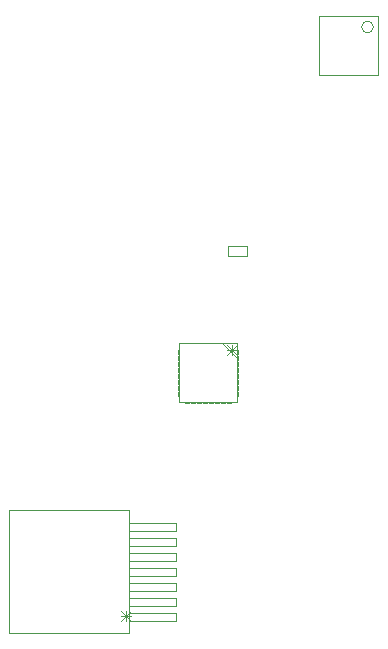
<source format=gbr>
%TF.GenerationSoftware,Altium Limited,Altium Designer,20.1.12 (249)*%
G04 Layer_Color=16711935*
%FSLAX45Y45*%
%MOMM*%
%TF.SameCoordinates,0418086A-757F-42B6-A3B9-695331E80F4B*%
%TF.FilePolarity,Positive*%
%TF.FileFunction,Other,Mechanical_13*%
%TF.Part,Single*%
G01*
G75*
%TA.AperFunction,NonConductor*%
%ADD92C,0.07620*%
%ADD120C,0.10000*%
%ADD121C,0.02540*%
D92*
X3465609Y6175920D02*
X3380970Y6091281D01*
Y6175920D02*
X3465609Y6091281D01*
X3423289Y6175920D02*
Y6091281D01*
X3380970Y6133600D02*
X3465609D01*
X2481191Y3840750D02*
X2565830Y3925389D01*
Y3840750D02*
X2481191Y3925389D01*
X2523511Y3840750D02*
Y3925389D01*
X2565830Y3883070D02*
X2481191D01*
D120*
X4620000Y8867500D02*
G03*
X4620000Y8867500I-50000J0D01*
G01*
X3387608Y6929699D02*
X3547608D01*
Y7009699D01*
X3387608D02*
X3547608D01*
X3387608Y6929699D02*
Y7009699D01*
X4160002Y8957498D02*
X4660001D01*
X4160002Y8457499D02*
X4660001D01*
Y8957498D01*
X4160002Y8457499D02*
Y8957498D01*
D121*
X3340760Y6187349D02*
X3467760Y6060349D01*
Y5746659D02*
Y5777139D01*
Y5746659D02*
X3475380D01*
Y5777139D01*
X3467760D02*
X3475380D01*
X3467760Y5797459D02*
Y5827939D01*
Y5797459D02*
X3475380D01*
Y5827939D01*
X3467760D02*
X3475380D01*
X3467760Y5848259D02*
Y5878739D01*
Y5848259D02*
X3475380D01*
Y5878739D01*
X3467760D02*
X3475380D01*
X3467760Y5899059D02*
Y5929539D01*
Y5899059D02*
X3475380D01*
Y5929539D01*
X3467760D02*
X3475380D01*
X3467760Y5949859D02*
Y5980339D01*
Y5949859D02*
X3475380D01*
Y5980339D01*
X3467760D02*
X3475380D01*
X3467760Y6000659D02*
Y6031139D01*
Y6000659D02*
X3475380D01*
Y6031139D01*
X3467760D02*
X3475380D01*
X3467760Y6051459D02*
Y6081939D01*
Y6051459D02*
X3475380D01*
Y6081939D01*
X3467760D02*
X3475380D01*
X3467760Y6102259D02*
Y6132739D01*
Y6102259D02*
X3475380D01*
Y6132739D01*
X3467760D02*
X3475380D01*
X3382670Y6187349D02*
X3413150D01*
Y6194969D01*
X3382670D02*
X3413150D01*
X3382670Y6187349D02*
Y6194969D01*
X3331870Y6187349D02*
X3362350D01*
Y6194969D01*
X3331870D02*
X3362350D01*
X3331870Y6187349D02*
Y6194969D01*
X3281070Y6187349D02*
X3311550D01*
Y6194969D01*
X3281070D02*
X3311550D01*
X3281070Y6187349D02*
Y6194969D01*
X3230270Y6187349D02*
X3260750D01*
Y6194969D01*
X3230270D02*
X3260750D01*
X3230270Y6187349D02*
Y6194969D01*
X3179470Y6187349D02*
X3209950D01*
Y6194969D01*
X3179470D02*
X3209950D01*
X3179470Y6187349D02*
Y6194969D01*
X3128670Y6187349D02*
X3159150D01*
Y6194969D01*
X3128670D02*
X3159150D01*
X3128670Y6187349D02*
Y6194969D01*
X3077870Y6187349D02*
X3108350D01*
Y6194969D01*
X3077870D02*
X3108350D01*
X3077870Y6187349D02*
Y6194969D01*
X3027070Y6187349D02*
X3057550D01*
Y6194969D01*
X3027070D02*
X3057550D01*
X3027070Y6187349D02*
Y6194969D01*
X2972460Y6102259D02*
Y6132739D01*
X2964840D02*
X2972460D01*
X2964840Y6102259D02*
Y6132739D01*
Y6102259D02*
X2972460D01*
Y6051459D02*
Y6081939D01*
X2964840D02*
X2972460D01*
X2964840Y6051459D02*
Y6081939D01*
Y6051459D02*
X2972460D01*
Y6000659D02*
Y6031139D01*
X2964840D02*
X2972460D01*
X2964840Y6000659D02*
Y6031139D01*
Y6000659D02*
X2972460D01*
Y5949859D02*
Y5980339D01*
X2964840D02*
X2972460D01*
X2964840Y5949859D02*
Y5980339D01*
Y5949859D02*
X2972460D01*
Y5899059D02*
Y5929539D01*
X2964840D02*
X2972460D01*
X2964840Y5899059D02*
Y5929539D01*
Y5899059D02*
X2972460D01*
Y5848259D02*
Y5878739D01*
X2964840D02*
X2972460D01*
X2964840Y5848259D02*
Y5878739D01*
Y5848259D02*
X2972460D01*
Y5797459D02*
Y5827939D01*
X2964840D02*
X2972460D01*
X2964840Y5797459D02*
Y5827939D01*
Y5797459D02*
X2972460D01*
Y5746659D02*
Y5777139D01*
X2964840D02*
X2972460D01*
X2964840Y5746659D02*
Y5777139D01*
Y5746659D02*
X2972460D01*
X3027070Y5692049D02*
X3057550D01*
X3027070Y5684429D02*
Y5692049D01*
Y5684429D02*
X3057550D01*
Y5692049D01*
X3077870D02*
X3108350D01*
X3077870Y5684429D02*
Y5692049D01*
Y5684429D02*
X3108350D01*
Y5692049D01*
X3128670D02*
X3159150D01*
X3128670Y5684429D02*
Y5692049D01*
Y5684429D02*
X3159150D01*
Y5692049D01*
X3179470D02*
X3209950D01*
X3179470Y5684429D02*
Y5692049D01*
Y5684429D02*
X3209950D01*
Y5692049D01*
X3230270D02*
X3260750D01*
X3230270Y5684429D02*
Y5692049D01*
Y5684429D02*
X3260750D01*
Y5692049D01*
X3281070D02*
X3311550D01*
X3281070Y5684429D02*
Y5692049D01*
Y5684429D02*
X3311550D01*
Y5692049D01*
X3331870D02*
X3362350D01*
X3331870Y5684429D02*
Y5692049D01*
Y5684429D02*
X3362350D01*
Y5692049D01*
X3382670D02*
X3413150D01*
X3382670Y5684429D02*
Y5692049D01*
Y5684429D02*
X3413150D01*
Y5692049D01*
X2972460D02*
Y6187349D01*
Y5692049D02*
X3467760D01*
Y6187349D01*
X2972460D02*
X3467760D01*
X1537970Y3732799D02*
X2548890D01*
X1537970D02*
Y4774199D01*
X2548890D01*
Y3732799D02*
Y4774199D01*
Y4671329D02*
X2950210D01*
Y4597669D02*
Y4671329D01*
X2548890Y4597669D02*
X2950210D01*
X2548890D02*
Y4671329D01*
Y4544329D02*
X2950210D01*
Y4470669D02*
Y4544329D01*
X2548890Y4470669D02*
X2950210D01*
X2548890D02*
Y4544329D01*
Y4417329D02*
X2950210D01*
Y4343669D02*
Y4417329D01*
X2548890Y4343669D02*
X2950210D01*
X2548890D02*
Y4417329D01*
Y4290329D02*
X2950210D01*
Y4216669D02*
Y4290329D01*
X2548890Y4216669D02*
X2950210D01*
X2548890D02*
Y4290329D01*
Y4163329D02*
X2950210D01*
Y4089669D02*
Y4163329D01*
X2548890Y4089669D02*
X2950210D01*
X2548890D02*
Y4163329D01*
Y4036329D02*
X2950210D01*
Y3962669D02*
Y4036329D01*
X2548890Y3962669D02*
X2950210D01*
X2548890D02*
Y4036329D01*
Y3909329D02*
X2950210D01*
Y3835669D02*
Y3909329D01*
X2548890Y3835669D02*
X2950210D01*
X2548890D02*
Y3909329D01*
%TF.MD5,0a781675eea60d18a07417aa95cac02b*%
M02*

</source>
